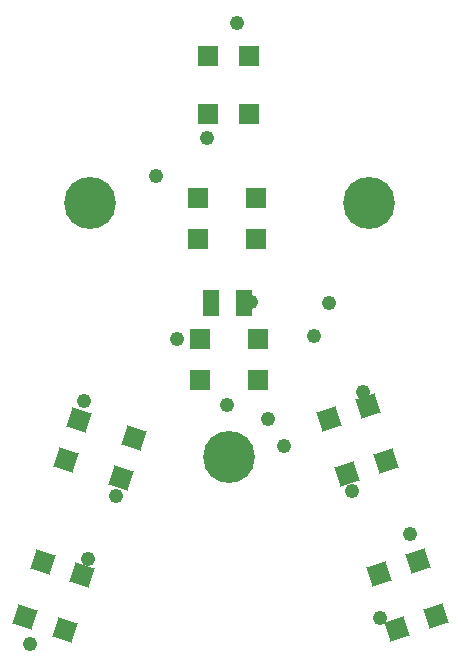
<source format=gts>
%FSLAX25Y25*%
%MOIN*%
G70*
G01*
G75*
G04 Layer_Color=128*
%ADD10R,0.05000X0.08000*%
%ADD11R,0.05906X0.05906*%
%ADD12P,0.08352X4X297.0*%
%ADD13P,0.08352X4X207.0*%
%ADD14R,0.05906X0.05906*%
%ADD15P,0.08352X4X153.0*%
%ADD16C,0.02500*%
%ADD17C,0.16500*%
%ADD18C,0.04000*%
%ADD19R,0.17716X0.12205*%
G04:AMPARAMS|DCode=20|XSize=80mil|YSize=50mil|CornerRadius=0mil|HoleSize=0mil|Usage=FLASHONLY|Rotation=288.000|XOffset=0mil|YOffset=0mil|HoleType=Round|Shape=Rectangle|*
%AMROTATEDRECTD20*
4,1,4,-0.03614,0.03032,0.01142,0.04577,0.03614,-0.03032,-0.01142,-0.04577,-0.03614,0.03032,0.0*
%
%ADD20ROTATEDRECTD20*%

G04:AMPARAMS|DCode=21|XSize=80mil|YSize=50mil|CornerRadius=0mil|HoleSize=0mil|Usage=FLASHONLY|Rotation=252.000|XOffset=0mil|YOffset=0mil|HoleType=Round|Shape=Rectangle|*
%AMROTATEDRECTD21*
4,1,4,-0.01142,0.04577,0.03614,0.03032,0.01142,-0.04577,-0.03614,-0.03032,-0.01142,0.04577,0.0*
%
%ADD21ROTATEDRECTD21*%

%ADD22C,0.01000*%
%ADD23C,0.01200*%
%ADD24R,0.04000X0.07000*%
%ADD25R,0.04906X0.04906*%
%ADD26P,0.06937X4X297.0*%
%ADD27P,0.06937X4X207.0*%
%ADD28R,0.04906X0.04906*%
%ADD29P,0.06937X4X153.0*%
%ADD30R,0.16716X0.11205*%
G04:AMPARAMS|DCode=31|XSize=70mil|YSize=40mil|CornerRadius=0mil|HoleSize=0mil|Usage=FLASHONLY|Rotation=288.000|XOffset=0mil|YOffset=0mil|HoleType=Round|Shape=Rectangle|*
%AMROTATEDRECTD31*
4,1,4,-0.02984,0.02711,0.00821,0.03947,0.02984,-0.02711,-0.00821,-0.03947,-0.02984,0.02711,0.0*
%
%ADD31ROTATEDRECTD31*%

G04:AMPARAMS|DCode=32|XSize=70mil|YSize=40mil|CornerRadius=0mil|HoleSize=0mil|Usage=FLASHONLY|Rotation=252.000|XOffset=0mil|YOffset=0mil|HoleType=Round|Shape=Rectangle|*
%AMROTATEDRECTD32*
4,1,4,-0.00821,0.03947,0.02984,0.02711,0.00821,-0.03947,-0.02984,-0.02711,-0.00821,0.03947,0.0*
%
%ADD32ROTATEDRECTD32*%

%ADD33R,0.05800X0.08800*%
%ADD34R,0.06706X0.06706*%
%ADD35P,0.09483X4X297.0*%
%ADD36P,0.09483X4X207.0*%
%ADD37R,0.06706X0.06706*%
%ADD38P,0.09483X4X153.0*%
%ADD39C,0.17300*%
%ADD40C,0.04800*%
D33*
X585300Y475600D02*
D03*
X574300D02*
D03*
D34*
X570654Y449810D02*
D03*
Y463590D02*
D03*
X589946Y449810D02*
D03*
Y463590D02*
D03*
X589146Y510590D02*
D03*
Y496810D02*
D03*
X569854Y510590D02*
D03*
Y496810D02*
D03*
D35*
X518328Y389303D02*
D03*
X531433Y385045D02*
D03*
X512367Y370955D02*
D03*
X525472Y366697D02*
D03*
D36*
X548603Y430572D02*
D03*
X544345Y417467D02*
D03*
X530256Y436533D02*
D03*
X525997Y423428D02*
D03*
D37*
X587090Y538554D02*
D03*
X573310D02*
D03*
X587090Y557846D02*
D03*
X573310D02*
D03*
D38*
X632633Y422856D02*
D03*
X619528Y418597D02*
D03*
X626672Y441203D02*
D03*
X630267Y385244D02*
D03*
X643372Y389503D02*
D03*
X636228Y366897D02*
D03*
X649333Y371156D02*
D03*
X613567Y436944D02*
D03*
D39*
X533800Y509000D02*
D03*
X626800Y508900D02*
D03*
X580300Y424300D02*
D03*
D40*
X630500Y370500D02*
D03*
X640500Y398500D02*
D03*
X621390Y413131D02*
D03*
X625000Y446000D02*
D03*
X532000Y443000D02*
D03*
X542684Y411187D02*
D03*
X533319Y390314D02*
D03*
X514000Y362000D02*
D03*
X573000Y530500D02*
D03*
X583000Y569000D02*
D03*
X593395Y437106D02*
D03*
X587500Y476000D02*
D03*
X613500Y475500D02*
D03*
X579500Y441500D02*
D03*
X563000Y463500D02*
D03*
X598500Y428000D02*
D03*
X608500Y464500D02*
D03*
X556000Y518000D02*
D03*
M02*

</source>
